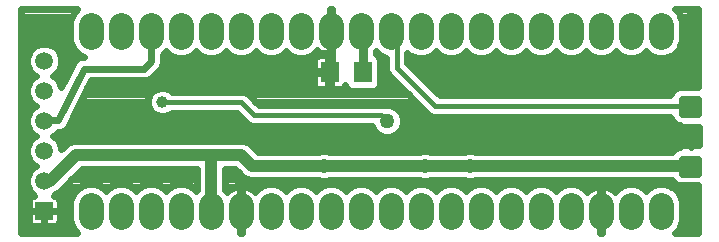
<source format=gbl>
G75*
%MOIN*%
%OFA0B0*%
%FSLAX25Y25*%
%IPPOS*%
%LPD*%
%AMOC8*
5,1,8,0,0,1.08239X$1,22.5*
%
%ADD10C,0.08268*%
%ADD11C,0.05937*%
%ADD12R,0.05937X0.05937*%
%ADD13R,0.06299X0.07087*%
%ADD14C,0.03937*%
%ADD15C,0.04750*%
%ADD16C,0.03150*%
%ADD17C,0.02362*%
%ADD18C,0.03569*%
%ADD19R,0.03569X0.03569*%
%ADD20C,0.04356*%
%ADD21C,0.05906*%
%ADD22C,0.03962*%
%ADD23C,0.01575*%
%ADD24C,0.05000*%
D10*
X0079656Y0032933D02*
X0079656Y0037067D01*
X0089656Y0037067D02*
X0089656Y0032933D01*
X0099656Y0032933D02*
X0099656Y0037067D01*
X0109656Y0037067D02*
X0109656Y0032933D01*
X0119656Y0032933D02*
X0119656Y0037067D01*
X0129656Y0037067D02*
X0129656Y0032933D01*
X0139656Y0032933D02*
X0139656Y0037067D01*
X0149656Y0037067D02*
X0149656Y0032933D01*
X0159656Y0032933D02*
X0159656Y0037067D01*
X0169656Y0037067D02*
X0169656Y0032933D01*
X0179656Y0032933D02*
X0179656Y0037067D01*
X0189656Y0037067D02*
X0189656Y0032933D01*
X0199656Y0032933D02*
X0199656Y0037067D01*
X0209656Y0037067D02*
X0209656Y0032933D01*
X0219656Y0032933D02*
X0219656Y0037067D01*
X0229656Y0037067D02*
X0229656Y0032933D01*
X0239656Y0032933D02*
X0239656Y0037067D01*
X0249656Y0037067D02*
X0249656Y0032933D01*
X0259656Y0032933D02*
X0259656Y0037067D01*
X0269656Y0037067D02*
X0269656Y0032933D01*
X0269656Y0092933D02*
X0269656Y0097067D01*
X0259656Y0097067D02*
X0259656Y0092933D01*
X0249656Y0092933D02*
X0249656Y0097067D01*
X0239656Y0097067D02*
X0239656Y0092933D01*
X0229656Y0092933D02*
X0229656Y0097067D01*
X0219656Y0097067D02*
X0219656Y0092933D01*
X0209656Y0092933D02*
X0209656Y0097067D01*
X0199656Y0097067D02*
X0199656Y0092933D01*
X0189656Y0092933D02*
X0189656Y0097067D01*
X0179656Y0097067D02*
X0179656Y0092933D01*
X0169656Y0092933D02*
X0169656Y0097067D01*
X0159656Y0097067D02*
X0159656Y0092933D01*
X0149656Y0092933D02*
X0149656Y0097067D01*
X0139656Y0097067D02*
X0139656Y0092933D01*
X0129656Y0092933D02*
X0129656Y0097067D01*
X0119656Y0097067D02*
X0119656Y0092933D01*
X0109656Y0092933D02*
X0109656Y0097067D01*
X0099656Y0097067D02*
X0099656Y0092933D01*
X0089656Y0092933D02*
X0089656Y0097067D01*
X0079656Y0097067D02*
X0079656Y0092933D01*
D11*
X0064031Y0085000D03*
X0064031Y0075000D03*
X0064031Y0065000D03*
X0064031Y0055000D03*
X0064031Y0045000D03*
X0279656Y0050000D03*
X0279656Y0060000D03*
X0279656Y0070000D03*
D12*
X0064031Y0035000D03*
D13*
X0159145Y0081250D03*
X0170168Y0081250D03*
D14*
X0133406Y0050000D02*
X0129656Y0053750D01*
X0119656Y0053750D01*
X0119656Y0035000D01*
X0133406Y0050000D02*
X0157156Y0050000D01*
X0190906Y0050000D01*
X0205906Y0050000D01*
X0279656Y0050000D01*
X0119656Y0053750D02*
X0074656Y0053750D01*
X0065906Y0045000D01*
X0064031Y0045000D01*
D15*
X0157156Y0050000D03*
X0190906Y0050000D03*
X0205906Y0050000D03*
X0268406Y0081250D03*
X0205906Y0082500D03*
X0129656Y0082500D03*
D16*
X0155906Y0087500D02*
X0159656Y0087500D01*
X0159656Y0080000D01*
X0170168Y0081250D02*
X0170168Y0094488D01*
X0169656Y0095000D01*
X0159656Y0095000D02*
X0159656Y0087500D01*
D17*
X0056188Y0102219D02*
X0056188Y0027781D01*
X0075065Y0027781D01*
X0073816Y0029030D01*
X0072767Y0031563D01*
X0072767Y0038437D01*
X0073816Y0040970D01*
X0075754Y0042908D01*
X0078286Y0043957D01*
X0081027Y0043957D01*
X0083559Y0042908D01*
X0084656Y0041811D01*
X0085754Y0042908D01*
X0088286Y0043957D01*
X0091027Y0043957D01*
X0093559Y0042908D01*
X0094656Y0041811D01*
X0095754Y0042908D01*
X0098286Y0043957D01*
X0101027Y0043957D01*
X0103559Y0042908D01*
X0104656Y0041811D01*
X0105754Y0042908D01*
X0108286Y0043957D01*
X0111027Y0043957D01*
X0113559Y0042908D01*
X0114656Y0041811D01*
X0114932Y0042086D01*
X0114932Y0049026D01*
X0076613Y0049026D01*
X0068583Y0040995D01*
X0067796Y0040669D01*
X0067277Y0040150D01*
X0067287Y0040150D01*
X0067842Y0040001D01*
X0068339Y0039714D01*
X0068745Y0039308D01*
X0069032Y0038810D01*
X0069181Y0038256D01*
X0069181Y0035000D01*
X0064032Y0035000D01*
X0064032Y0035000D01*
X0069181Y0035000D01*
X0069181Y0031744D01*
X0069032Y0031190D01*
X0068745Y0030692D01*
X0068339Y0030286D01*
X0067842Y0029999D01*
X0067287Y0029850D01*
X0064032Y0029850D01*
X0064032Y0035000D01*
X0064031Y0035000D01*
X0058882Y0035000D01*
X0064031Y0035000D01*
X0064031Y0035000D01*
X0064031Y0029850D01*
X0060776Y0029850D01*
X0060221Y0029999D01*
X0059724Y0030286D01*
X0059318Y0030692D01*
X0059031Y0031190D01*
X0058882Y0031744D01*
X0058882Y0035000D01*
X0058882Y0038256D01*
X0059031Y0038810D01*
X0059318Y0039308D01*
X0059724Y0039714D01*
X0060221Y0040001D01*
X0060776Y0040150D01*
X0060786Y0040150D01*
X0059179Y0041757D01*
X0058307Y0043861D01*
X0058307Y0046139D01*
X0059179Y0048243D01*
X0060789Y0049853D01*
X0061144Y0050000D01*
X0060789Y0050147D01*
X0059179Y0051757D01*
X0058307Y0053861D01*
X0058307Y0056139D01*
X0059179Y0058243D01*
X0060789Y0059853D01*
X0061144Y0060000D01*
X0060789Y0060147D01*
X0059179Y0061757D01*
X0058307Y0063861D01*
X0058307Y0066139D01*
X0059179Y0068243D01*
X0060789Y0069853D01*
X0061144Y0070000D01*
X0060789Y0070147D01*
X0059179Y0071757D01*
X0058307Y0073861D01*
X0058307Y0076139D01*
X0059179Y0078243D01*
X0060789Y0079853D01*
X0061144Y0080000D01*
X0060789Y0080147D01*
X0059179Y0081757D01*
X0058307Y0083861D01*
X0058307Y0086139D01*
X0059179Y0088243D01*
X0060789Y0089853D01*
X0062893Y0090724D01*
X0065170Y0090724D01*
X0067274Y0089853D01*
X0068884Y0088243D01*
X0069756Y0086139D01*
X0069756Y0083861D01*
X0068884Y0081757D01*
X0067274Y0080147D01*
X0066919Y0080000D01*
X0067274Y0079853D01*
X0068884Y0078243D01*
X0069706Y0076258D01*
X0073567Y0084122D01*
X0073819Y0084730D01*
X0073910Y0084822D01*
X0073967Y0084938D01*
X0074461Y0085372D01*
X0074926Y0085838D01*
X0075046Y0085887D01*
X0075143Y0085973D01*
X0075766Y0086185D01*
X0076373Y0086437D01*
X0076503Y0086437D01*
X0076625Y0086479D01*
X0077282Y0086437D01*
X0077336Y0086437D01*
X0075754Y0087092D01*
X0073816Y0089030D01*
X0072767Y0091563D01*
X0072767Y0098437D01*
X0073816Y0100970D01*
X0075065Y0102219D01*
X0056188Y0102219D01*
X0056188Y0102186D02*
X0075032Y0102186D01*
X0073342Y0099825D02*
X0056188Y0099825D01*
X0056188Y0097464D02*
X0072767Y0097464D01*
X0072767Y0095104D02*
X0056188Y0095104D01*
X0056188Y0092743D02*
X0072767Y0092743D01*
X0073256Y0090382D02*
X0065996Y0090382D01*
X0062067Y0090382D02*
X0056188Y0090382D01*
X0056188Y0088022D02*
X0059087Y0088022D01*
X0058307Y0085661D02*
X0056188Y0085661D01*
X0056188Y0083300D02*
X0058540Y0083300D01*
X0059997Y0080939D02*
X0056188Y0080939D01*
X0056188Y0078579D02*
X0059515Y0078579D01*
X0058340Y0076218D02*
X0056188Y0076218D01*
X0056188Y0073857D02*
X0058309Y0073857D01*
X0059439Y0071497D02*
X0056188Y0071497D01*
X0056188Y0069136D02*
X0060072Y0069136D01*
X0058571Y0066775D02*
X0056188Y0066775D01*
X0056188Y0064414D02*
X0058307Y0064414D01*
X0059056Y0062054D02*
X0056188Y0062054D01*
X0056188Y0059693D02*
X0060629Y0059693D01*
X0058802Y0057332D02*
X0056188Y0057332D01*
X0056188Y0054972D02*
X0058307Y0054972D01*
X0058825Y0052611D02*
X0056188Y0052611D01*
X0056188Y0050250D02*
X0060686Y0050250D01*
X0059032Y0047889D02*
X0056188Y0047889D01*
X0056188Y0045529D02*
X0058307Y0045529D01*
X0058594Y0043168D02*
X0056188Y0043168D01*
X0056188Y0040807D02*
X0060129Y0040807D01*
X0058933Y0038447D02*
X0056188Y0038447D01*
X0056188Y0036086D02*
X0058882Y0036086D01*
X0058882Y0033725D02*
X0056188Y0033725D01*
X0056188Y0031364D02*
X0058984Y0031364D01*
X0056188Y0029004D02*
X0073842Y0029004D01*
X0072849Y0031364D02*
X0069079Y0031364D01*
X0064032Y0031364D02*
X0064031Y0031364D01*
X0064031Y0033725D02*
X0064032Y0033725D01*
X0069181Y0033725D02*
X0072767Y0033725D01*
X0072767Y0036086D02*
X0069181Y0036086D01*
X0069130Y0038447D02*
X0072771Y0038447D01*
X0073748Y0040807D02*
X0068130Y0040807D01*
X0070756Y0043168D02*
X0076382Y0043168D01*
X0073117Y0045529D02*
X0114932Y0045529D01*
X0114932Y0047889D02*
X0075477Y0047889D01*
X0082931Y0043168D02*
X0086382Y0043168D01*
X0092931Y0043168D02*
X0096382Y0043168D01*
X0102931Y0043168D02*
X0106382Y0043168D01*
X0112931Y0043168D02*
X0114932Y0043168D01*
X0124381Y0043168D02*
X0127998Y0043168D01*
X0128178Y0043226D02*
X0127232Y0042919D01*
X0126347Y0042468D01*
X0125543Y0041884D01*
X0125063Y0041404D01*
X0124381Y0042086D01*
X0124381Y0049026D01*
X0127700Y0049026D01*
X0129401Y0047324D01*
X0130730Y0045995D01*
X0132467Y0045276D01*
X0155155Y0045276D01*
X0156136Y0044869D01*
X0158177Y0044869D01*
X0159158Y0045276D01*
X0188905Y0045276D01*
X0189886Y0044869D01*
X0191927Y0044869D01*
X0192908Y0045276D01*
X0203905Y0045276D01*
X0204886Y0044869D01*
X0206927Y0044869D01*
X0207908Y0045276D01*
X0273191Y0045276D01*
X0273194Y0045270D01*
X0274301Y0044162D01*
X0275748Y0043563D01*
X0281875Y0043563D01*
X0281875Y0027781D01*
X0274248Y0027781D01*
X0275497Y0029030D01*
X0276546Y0031563D01*
X0276546Y0038437D01*
X0275497Y0040970D01*
X0273559Y0042908D01*
X0271027Y0043957D01*
X0268286Y0043957D01*
X0265754Y0042908D01*
X0264656Y0041811D01*
X0263559Y0042908D01*
X0261027Y0043957D01*
X0258286Y0043957D01*
X0255754Y0042908D01*
X0254250Y0041404D01*
X0253770Y0041884D01*
X0252966Y0042468D01*
X0252081Y0042919D01*
X0251135Y0043226D01*
X0250153Y0043382D01*
X0249853Y0043382D01*
X0249853Y0035197D01*
X0249460Y0035197D01*
X0249460Y0043382D01*
X0249159Y0043382D01*
X0248178Y0043226D01*
X0247232Y0042919D01*
X0246347Y0042468D01*
X0245543Y0041884D01*
X0245063Y0041404D01*
X0243559Y0042908D01*
X0241027Y0043957D01*
X0238286Y0043957D01*
X0235754Y0042908D01*
X0234656Y0041811D01*
X0233559Y0042908D01*
X0231027Y0043957D01*
X0228286Y0043957D01*
X0225754Y0042908D01*
X0224656Y0041811D01*
X0223559Y0042908D01*
X0221027Y0043957D01*
X0218286Y0043957D01*
X0215754Y0042908D01*
X0214656Y0041811D01*
X0213559Y0042908D01*
X0211027Y0043957D01*
X0208286Y0043957D01*
X0205754Y0042908D01*
X0204656Y0041811D01*
X0203559Y0042908D01*
X0201027Y0043957D01*
X0198286Y0043957D01*
X0195754Y0042908D01*
X0194656Y0041811D01*
X0193559Y0042908D01*
X0191027Y0043957D01*
X0188286Y0043957D01*
X0185754Y0042908D01*
X0184656Y0041811D01*
X0183559Y0042908D01*
X0181027Y0043957D01*
X0178286Y0043957D01*
X0175754Y0042908D01*
X0174656Y0041811D01*
X0173559Y0042908D01*
X0171027Y0043957D01*
X0168286Y0043957D01*
X0165754Y0042908D01*
X0164656Y0041811D01*
X0163559Y0042908D01*
X0161027Y0043957D01*
X0158286Y0043957D01*
X0155754Y0042908D01*
X0154656Y0041811D01*
X0153559Y0042908D01*
X0151027Y0043957D01*
X0148286Y0043957D01*
X0145754Y0042908D01*
X0144656Y0041811D01*
X0143559Y0042908D01*
X0141027Y0043957D01*
X0138286Y0043957D01*
X0135754Y0042908D01*
X0134250Y0041404D01*
X0133770Y0041884D01*
X0132966Y0042468D01*
X0132081Y0042919D01*
X0131135Y0043226D01*
X0130153Y0043382D01*
X0129853Y0043382D01*
X0129853Y0035197D01*
X0129460Y0035197D01*
X0129460Y0043382D01*
X0129159Y0043382D01*
X0128178Y0043226D01*
X0129460Y0043168D02*
X0129853Y0043168D01*
X0131315Y0043168D02*
X0136382Y0043168D01*
X0131856Y0045529D02*
X0124381Y0045529D01*
X0124381Y0047889D02*
X0128836Y0047889D01*
X0142931Y0043168D02*
X0146382Y0043168D01*
X0152931Y0043168D02*
X0156382Y0043168D01*
X0162931Y0043168D02*
X0166382Y0043168D01*
X0172931Y0043168D02*
X0176382Y0043168D01*
X0182931Y0043168D02*
X0186382Y0043168D01*
X0192931Y0043168D02*
X0196382Y0043168D01*
X0202931Y0043168D02*
X0206382Y0043168D01*
X0212931Y0043168D02*
X0216382Y0043168D01*
X0222931Y0043168D02*
X0226382Y0043168D01*
X0232931Y0043168D02*
X0236382Y0043168D01*
X0242931Y0043168D02*
X0247998Y0043168D01*
X0249460Y0043168D02*
X0249853Y0043168D01*
X0251315Y0043168D02*
X0256382Y0043168D01*
X0262931Y0043168D02*
X0266382Y0043168D01*
X0272931Y0043168D02*
X0281875Y0043168D01*
X0281875Y0040807D02*
X0275565Y0040807D01*
X0276542Y0038447D02*
X0281875Y0038447D01*
X0281875Y0036086D02*
X0276546Y0036086D01*
X0276546Y0033725D02*
X0281875Y0033725D01*
X0281875Y0031364D02*
X0276464Y0031364D01*
X0275471Y0029004D02*
X0281875Y0029004D01*
X0249853Y0029004D02*
X0249460Y0029004D01*
X0249460Y0027781D02*
X0249460Y0034803D01*
X0249853Y0034803D01*
X0249853Y0027781D01*
X0249460Y0027781D01*
X0249460Y0031364D02*
X0249853Y0031364D01*
X0249853Y0033725D02*
X0249460Y0033725D01*
X0249460Y0036086D02*
X0249853Y0036086D01*
X0249853Y0038447D02*
X0249460Y0038447D01*
X0249460Y0040807D02*
X0249853Y0040807D01*
X0276531Y0047500D02*
X0276531Y0052500D01*
X0281875Y0052500D01*
X0281875Y0047500D01*
X0276531Y0047500D01*
X0276531Y0047889D02*
X0281875Y0047889D01*
X0281875Y0050250D02*
X0276531Y0050250D01*
X0273191Y0054724D02*
X0207908Y0054724D01*
X0206927Y0055131D01*
X0204886Y0055131D01*
X0203905Y0054724D01*
X0192908Y0054724D01*
X0191927Y0055131D01*
X0189886Y0055131D01*
X0188905Y0054724D01*
X0159158Y0054724D01*
X0158177Y0055131D01*
X0156136Y0055131D01*
X0155155Y0054724D01*
X0135363Y0054724D01*
X0132333Y0057755D01*
X0130596Y0058474D01*
X0073717Y0058474D01*
X0071980Y0057755D01*
X0070651Y0056426D01*
X0069756Y0055531D01*
X0069756Y0056139D01*
X0068884Y0058243D01*
X0067274Y0059853D01*
X0066919Y0060000D01*
X0067274Y0060147D01*
X0068478Y0061351D01*
X0068725Y0061367D01*
X0069250Y0061334D01*
X0069499Y0061419D01*
X0069762Y0061436D01*
X0070234Y0061670D01*
X0070732Y0061840D01*
X0070930Y0062014D01*
X0071166Y0062131D01*
X0071513Y0062527D01*
X0071908Y0062875D01*
X0072024Y0063111D01*
X0072198Y0063309D01*
X0072366Y0063808D01*
X0079610Y0078563D01*
X0097940Y0078563D01*
X0099387Y0079162D01*
X0101887Y0081662D01*
X0102994Y0082770D01*
X0103593Y0084217D01*
X0103593Y0087126D01*
X0104656Y0088189D01*
X0105754Y0087092D01*
X0108286Y0086043D01*
X0111027Y0086043D01*
X0113559Y0087092D01*
X0114656Y0088189D01*
X0115754Y0087092D01*
X0118286Y0086043D01*
X0121027Y0086043D01*
X0123559Y0087092D01*
X0124656Y0088189D01*
X0125754Y0087092D01*
X0128286Y0086043D01*
X0131027Y0086043D01*
X0133559Y0087092D01*
X0134656Y0088189D01*
X0135754Y0087092D01*
X0138286Y0086043D01*
X0141027Y0086043D01*
X0143559Y0087092D01*
X0144656Y0088189D01*
X0145754Y0087092D01*
X0148286Y0086043D01*
X0151027Y0086043D01*
X0153559Y0087092D01*
X0155063Y0088596D01*
X0155543Y0088116D01*
X0156347Y0087532D01*
X0157232Y0087081D01*
X0157560Y0086974D01*
X0155708Y0086974D01*
X0155153Y0086826D01*
X0154656Y0086539D01*
X0154250Y0086133D01*
X0153963Y0085635D01*
X0153814Y0085080D01*
X0153814Y0081644D01*
X0158751Y0081644D01*
X0158751Y0086683D01*
X0159159Y0086618D01*
X0159460Y0086618D01*
X0159460Y0094803D01*
X0159853Y0094803D01*
X0159853Y0086974D01*
X0159538Y0086974D01*
X0159538Y0081644D01*
X0158751Y0081644D01*
X0158751Y0080856D01*
X0159538Y0080856D01*
X0159538Y0075526D01*
X0162581Y0075526D01*
X0163136Y0075674D01*
X0163634Y0075961D01*
X0164040Y0076367D01*
X0164327Y0076865D01*
X0164349Y0076949D01*
X0164682Y0076146D01*
X0165458Y0075370D01*
X0166471Y0074951D01*
X0173866Y0074951D01*
X0174879Y0075370D01*
X0175654Y0076146D01*
X0176074Y0077159D01*
X0176074Y0085341D01*
X0175654Y0086354D01*
X0174879Y0087130D01*
X0174499Y0087287D01*
X0174499Y0088032D01*
X0174656Y0088189D01*
X0175754Y0087092D01*
X0177988Y0086167D01*
X0177988Y0082108D01*
X0178528Y0080805D01*
X0191340Y0067993D01*
X0192337Y0066996D01*
X0193639Y0066457D01*
X0272702Y0066457D01*
X0273194Y0065270D01*
X0274301Y0064162D01*
X0275748Y0063563D01*
X0275937Y0063563D01*
X0275729Y0063355D01*
X0275252Y0062699D01*
X0274884Y0061977D01*
X0274634Y0061206D01*
X0274507Y0060405D01*
X0274507Y0060000D01*
X0279656Y0060000D01*
X0274507Y0060000D01*
X0274507Y0059595D01*
X0274634Y0058794D01*
X0274884Y0058023D01*
X0275252Y0057301D01*
X0275729Y0056645D01*
X0275937Y0056437D01*
X0275748Y0056437D01*
X0274301Y0055838D01*
X0273194Y0054730D01*
X0273191Y0054724D01*
X0273435Y0054972D02*
X0207311Y0054972D01*
X0204502Y0054972D02*
X0192311Y0054972D01*
X0189502Y0054972D02*
X0158561Y0054972D01*
X0155752Y0054972D02*
X0135116Y0054972D01*
X0132756Y0057332D02*
X0275236Y0057332D01*
X0275281Y0056875D02*
X0282156Y0056875D01*
X0282156Y0062500D01*
X0282156Y0063125D01*
X0275281Y0063125D01*
X0274923Y0062054D02*
X0182875Y0062054D01*
X0182862Y0062023D02*
X0183662Y0063955D01*
X0183662Y0066045D01*
X0182862Y0067977D01*
X0181384Y0069456D01*
X0179452Y0070256D01*
X0177361Y0070256D01*
X0177338Y0070247D01*
X0176924Y0070418D01*
X0176783Y0070418D01*
X0176650Y0070462D01*
X0176083Y0070418D01*
X0135499Y0070418D01*
X0131664Y0074254D01*
X0130361Y0074793D01*
X0106562Y0074793D01*
X0106090Y0075266D01*
X0104349Y0075987D01*
X0102464Y0075987D01*
X0100723Y0075266D01*
X0099391Y0073933D01*
X0098669Y0072192D01*
X0098669Y0070308D01*
X0099391Y0068567D01*
X0100723Y0067234D01*
X0102464Y0066513D01*
X0104349Y0066513D01*
X0106090Y0067234D01*
X0106562Y0067707D01*
X0128189Y0067707D01*
X0131028Y0064868D01*
X0132024Y0063871D01*
X0133327Y0063332D01*
X0173409Y0063332D01*
X0173951Y0062023D01*
X0175429Y0060544D01*
X0177361Y0059744D01*
X0179452Y0059744D01*
X0181384Y0060544D01*
X0182862Y0062023D01*
X0183662Y0064414D02*
X0274049Y0064414D01*
X0276531Y0067500D02*
X0281875Y0067500D01*
X0281875Y0072500D01*
X0276531Y0072500D01*
X0276531Y0067500D01*
X0276531Y0069136D02*
X0281875Y0069136D01*
X0281875Y0071497D02*
X0276531Y0071497D01*
X0272702Y0073543D02*
X0195812Y0073543D01*
X0185075Y0084280D01*
X0185075Y0087771D01*
X0185754Y0087092D01*
X0188286Y0086043D01*
X0191027Y0086043D01*
X0193559Y0087092D01*
X0194656Y0088189D01*
X0195754Y0087092D01*
X0198286Y0086043D01*
X0201027Y0086043D01*
X0203559Y0087092D01*
X0204656Y0088189D01*
X0205754Y0087092D01*
X0208286Y0086043D01*
X0211027Y0086043D01*
X0213559Y0087092D01*
X0214656Y0088189D01*
X0215754Y0087092D01*
X0218286Y0086043D01*
X0221027Y0086043D01*
X0223559Y0087092D01*
X0224656Y0088189D01*
X0225754Y0087092D01*
X0228286Y0086043D01*
X0231027Y0086043D01*
X0233559Y0087092D01*
X0234656Y0088189D01*
X0235754Y0087092D01*
X0238286Y0086043D01*
X0241027Y0086043D01*
X0243559Y0087092D01*
X0244656Y0088189D01*
X0245754Y0087092D01*
X0248286Y0086043D01*
X0251027Y0086043D01*
X0253559Y0087092D01*
X0254656Y0088189D01*
X0255754Y0087092D01*
X0258286Y0086043D01*
X0261027Y0086043D01*
X0263559Y0087092D01*
X0264656Y0088189D01*
X0265754Y0087092D01*
X0268286Y0086043D01*
X0271027Y0086043D01*
X0273559Y0087092D01*
X0275497Y0089030D01*
X0276546Y0091563D01*
X0276546Y0098437D01*
X0275497Y0100970D01*
X0274248Y0102219D01*
X0281875Y0102219D01*
X0281875Y0076437D01*
X0275748Y0076437D01*
X0274301Y0075838D01*
X0273194Y0074730D01*
X0272702Y0073543D01*
X0272832Y0073857D02*
X0195498Y0073857D01*
X0193137Y0076218D02*
X0275220Y0076218D01*
X0281875Y0078579D02*
X0190776Y0078579D01*
X0188416Y0080939D02*
X0281875Y0080939D01*
X0281875Y0083300D02*
X0186055Y0083300D01*
X0185075Y0085661D02*
X0281875Y0085661D01*
X0281875Y0088022D02*
X0274489Y0088022D01*
X0276057Y0090382D02*
X0281875Y0090382D01*
X0281875Y0092743D02*
X0276546Y0092743D01*
X0276546Y0095104D02*
X0281875Y0095104D01*
X0281875Y0097464D02*
X0276546Y0097464D01*
X0275971Y0099825D02*
X0281875Y0099825D01*
X0281875Y0102186D02*
X0274281Y0102186D01*
X0264824Y0088022D02*
X0264489Y0088022D01*
X0254824Y0088022D02*
X0254489Y0088022D01*
X0244824Y0088022D02*
X0244489Y0088022D01*
X0234824Y0088022D02*
X0234489Y0088022D01*
X0224824Y0088022D02*
X0224489Y0088022D01*
X0214824Y0088022D02*
X0214489Y0088022D01*
X0204824Y0088022D02*
X0204489Y0088022D01*
X0194824Y0088022D02*
X0194489Y0088022D01*
X0177988Y0085661D02*
X0175942Y0085661D01*
X0176074Y0083300D02*
X0177988Y0083300D01*
X0178472Y0080939D02*
X0176074Y0080939D01*
X0176074Y0078579D02*
X0180754Y0078579D01*
X0183115Y0076218D02*
X0175684Y0076218D01*
X0185476Y0073857D02*
X0132060Y0073857D01*
X0134421Y0071497D02*
X0187836Y0071497D01*
X0190197Y0069136D02*
X0181704Y0069136D01*
X0183360Y0066775D02*
X0192870Y0066775D01*
X0173938Y0062054D02*
X0071011Y0062054D01*
X0072664Y0064414D02*
X0131481Y0064414D01*
X0131028Y0064868D02*
X0131028Y0064868D01*
X0129120Y0066775D02*
X0104982Y0066775D01*
X0101831Y0066775D02*
X0073823Y0066775D01*
X0074982Y0069136D02*
X0099155Y0069136D01*
X0098669Y0071497D02*
X0076141Y0071497D01*
X0077300Y0073857D02*
X0099359Y0073857D01*
X0097978Y0078579D02*
X0153814Y0078579D01*
X0153814Y0077420D02*
X0153963Y0076865D01*
X0154250Y0076367D01*
X0154656Y0075961D01*
X0155153Y0075674D01*
X0155708Y0075526D01*
X0158751Y0075526D01*
X0158751Y0080856D01*
X0153814Y0080856D01*
X0153814Y0077420D01*
X0154399Y0076218D02*
X0078458Y0076218D01*
X0070846Y0078579D02*
X0068548Y0078579D01*
X0068066Y0080939D02*
X0072005Y0080939D01*
X0073163Y0083300D02*
X0069523Y0083300D01*
X0069756Y0085661D02*
X0074750Y0085661D01*
X0074824Y0088022D02*
X0068976Y0088022D01*
X0077156Y0082500D02*
X0097156Y0082500D01*
X0099656Y0085000D01*
X0099656Y0095000D01*
X0104489Y0088022D02*
X0104824Y0088022D01*
X0103593Y0085661D02*
X0153977Y0085661D01*
X0153814Y0083300D02*
X0103214Y0083300D01*
X0101164Y0080939D02*
X0158751Y0080939D01*
X0158751Y0078579D02*
X0159538Y0078579D01*
X0159538Y0076218D02*
X0158751Y0076218D01*
X0163890Y0076218D02*
X0164652Y0076218D01*
X0159538Y0083300D02*
X0158751Y0083300D01*
X0158751Y0085661D02*
X0159538Y0085661D01*
X0159460Y0088022D02*
X0159853Y0088022D01*
X0159853Y0090382D02*
X0159460Y0090382D01*
X0159460Y0092743D02*
X0159853Y0092743D01*
X0159853Y0095197D02*
X0159460Y0095197D01*
X0159460Y0102219D01*
X0159853Y0102219D01*
X0159853Y0095197D01*
X0159853Y0097464D02*
X0159460Y0097464D01*
X0159460Y0099825D02*
X0159853Y0099825D01*
X0159853Y0102186D02*
X0159460Y0102186D01*
X0155673Y0088022D02*
X0154489Y0088022D01*
X0144824Y0088022D02*
X0144489Y0088022D01*
X0134824Y0088022D02*
X0134489Y0088022D01*
X0124824Y0088022D02*
X0124489Y0088022D01*
X0114824Y0088022D02*
X0114489Y0088022D01*
X0077156Y0082500D02*
X0068719Y0065312D01*
X0064031Y0065000D01*
X0067434Y0059693D02*
X0274507Y0059693D01*
X0279656Y0059693D02*
X0279657Y0059693D01*
X0279656Y0060000D02*
X0279656Y0056437D01*
X0279657Y0056437D01*
X0279657Y0060000D01*
X0279656Y0060000D01*
X0279656Y0060000D01*
X0279656Y0059375D01*
X0282156Y0056875D01*
X0279657Y0057332D02*
X0279656Y0057332D01*
X0279656Y0060000D02*
X0282156Y0062500D01*
X0174824Y0088022D02*
X0174499Y0088022D01*
X0071557Y0057332D02*
X0069261Y0057332D01*
X0129460Y0040807D02*
X0129853Y0040807D01*
X0129853Y0038447D02*
X0129460Y0038447D01*
X0129460Y0036086D02*
X0129853Y0036086D01*
X0129853Y0034803D02*
X0129853Y0027781D01*
X0129460Y0027781D01*
X0129460Y0034803D01*
X0129853Y0034803D01*
X0129853Y0033725D02*
X0129460Y0033725D01*
X0129460Y0031364D02*
X0129853Y0031364D01*
X0129853Y0029004D02*
X0129460Y0029004D01*
D18*
X0112156Y0046250D03*
X0137156Y0060000D03*
X0113406Y0062500D03*
X0115906Y0083750D03*
X0144656Y0083750D03*
X0057156Y0090000D03*
X0174656Y0043750D03*
X0214656Y0043750D03*
X0279656Y0030000D03*
X0279656Y0100000D03*
D19*
X0217156Y0082500D03*
X0208406Y0063750D03*
X0218406Y0057500D03*
X0197156Y0057500D03*
D20*
X0079656Y0046250D03*
D21*
X0274656Y0060000D02*
X0279656Y0060000D01*
D22*
X0145906Y0058750D03*
X0103406Y0071250D03*
D23*
X0129656Y0071250D01*
X0134031Y0066875D01*
X0176219Y0066875D01*
X0178406Y0065000D01*
X0194344Y0070000D02*
X0279656Y0070000D01*
X0194344Y0070000D02*
X0181531Y0082813D01*
X0181531Y0089687D01*
X0179656Y0091562D01*
X0179656Y0095000D01*
D24*
X0178406Y0065000D03*
M02*

</source>
